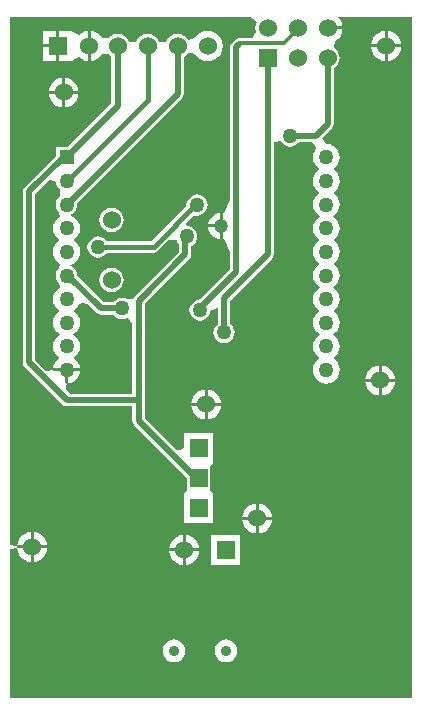
<source format=gbl>
%FSLAX25Y25*%
%MOIN*%
G70*
G01*
G75*
G04 Layer_Physical_Order=2*
G04 Layer_Color=16711680*
%ADD10R,0.05000X0.06000*%
%ADD11R,0.06000X0.05000*%
%ADD12R,0.04331X0.08465*%
%ADD13R,0.04331X0.08465*%
%ADD14R,0.13780X0.08465*%
%ADD15R,0.08661X0.17716*%
%ADD16R,0.07087X0.06299*%
%ADD17R,0.01575X0.09449*%
%ADD18R,0.03937X0.05906*%
%ADD19R,0.12598X0.11024*%
%ADD20R,0.02756X0.05315*%
%ADD21R,0.02756X0.07087*%
G04:AMPARAMS|DCode=22|XSize=74.8mil|YSize=129.92mil|CornerRadius=0mil|HoleSize=0mil|Usage=FLASHONLY|Rotation=0.000|XOffset=0mil|YOffset=0mil|HoleType=Round|Shape=Octagon|*
%AMOCTAGOND22*
4,1,8,-0.01870,0.06496,0.01870,0.06496,0.03740,0.04626,0.03740,-0.04626,0.01870,-0.06496,-0.01870,-0.06496,-0.03740,-0.04626,-0.03740,0.04626,-0.01870,0.06496,0.0*
%
%ADD22OCTAGOND22*%

%ADD23R,0.11024X0.12598*%
%ADD24R,0.11811X0.11811*%
%ADD25R,0.11811X0.07087*%
%ADD26O,0.01772X0.06496*%
%ADD27O,0.06496X0.01772*%
%ADD28C,0.01969*%
%ADD29C,0.01181*%
%ADD30C,0.01772*%
%ADD31C,0.06000*%
%ADD32R,0.06000X0.06000*%
%ADD33R,0.06000X0.06000*%
%ADD34R,0.05906X0.05906*%
%ADD35C,0.05000*%
%ADD36R,0.05000X0.05000*%
%ADD37C,0.04724*%
%ADD38C,0.03543*%
G36*
X138320Y2680D02*
X4180D01*
Y52474D01*
X6537Y52628D01*
X6488Y53000D01*
X6537Y53372D01*
X4180Y53526D01*
Y229820D01*
X84157D01*
X86147Y228293D01*
X86439Y227855D01*
X86103Y227044D01*
X85966Y226000D01*
X86103Y224956D01*
X86256Y224586D01*
X85166Y222955D01*
X84732Y222622D01*
X81000D01*
X80502Y222523D01*
X80500Y222523D01*
X79726Y222369D01*
X79069Y221931D01*
X78069Y220931D01*
X77631Y220274D01*
X77477Y219500D01*
X77477Y219500D01*
X77477D01*
X77477Y219500D01*
X77477D01*
Y168677D01*
X75630Y164219D01*
X75000Y164302D01*
Y159999D01*
Y155698D01*
X75630Y155781D01*
X77477Y151323D01*
Y149000D01*
X77527Y148750D01*
X77477Y148500D01*
Y145338D01*
X67649Y135511D01*
X67500Y135530D01*
X66586Y135410D01*
X65735Y135057D01*
X65004Y134496D01*
X64443Y133765D01*
X64090Y132914D01*
X63970Y132000D01*
X64090Y131086D01*
X64443Y130235D01*
X65004Y129504D01*
X65735Y128943D01*
X66586Y128590D01*
X67500Y128470D01*
X68414Y128590D01*
X69265Y128943D01*
X69996Y129504D01*
X70557Y130235D01*
X70910Y131086D01*
X70970Y131539D01*
X73015Y132721D01*
X73477Y132529D01*
Y127359D01*
X73004Y126996D01*
X72443Y126265D01*
X72090Y125414D01*
X71970Y124500D01*
X72090Y123586D01*
X72443Y122735D01*
X73004Y122004D01*
X73735Y121443D01*
X74586Y121090D01*
X75500Y120970D01*
X76414Y121090D01*
X77265Y121443D01*
X77996Y122004D01*
X78557Y122735D01*
X78910Y123586D01*
X79030Y124500D01*
X78910Y125414D01*
X78557Y126265D01*
X77996Y126996D01*
X77523Y127359D01*
Y135162D01*
X91431Y149069D01*
X91869Y149726D01*
X92023Y150500D01*
D01*
D01*
D01*
D01*
D01*
X92023D01*
D01*
D01*
D01*
D01*
Y150500D01*
X92023D01*
D01*
Y150500D01*
D01*
D01*
D01*
D01*
D01*
D01*
D01*
D01*
D01*
D01*
D01*
D01*
Y150500D01*
D01*
X92023D01*
D01*
D01*
D01*
D01*
X92023Y150500D01*
Y188022D01*
X94340Y188483D01*
X94443Y188235D01*
X95004Y187504D01*
X95735Y186943D01*
X96586Y186590D01*
X97500Y186470D01*
X98414Y186590D01*
X99265Y186943D01*
X99996Y187504D01*
X100359Y187977D01*
X104951D01*
X105740Y186949D01*
X106278Y185858D01*
X105711Y185120D01*
X105261Y184033D01*
X105107Y182866D01*
X105261Y181700D01*
X105711Y180613D01*
X106427Y179679D01*
X106427Y179679D01*
X107361Y178963D01*
X106427Y178179D01*
D01*
X106427Y178179D01*
X106427D01*
X105711Y177246D01*
X105261Y176159D01*
X105107Y174992D01*
X105261Y173826D01*
X105711Y172739D01*
X106427Y171805D01*
X106427Y171805D01*
X107361Y171089D01*
X106427Y170305D01*
D01*
X106427Y170305D01*
X106427D01*
X105711Y169372D01*
X105261Y168285D01*
X105107Y167118D01*
X105261Y165952D01*
X105711Y164865D01*
X106427Y163931D01*
X106427Y163931D01*
X107361Y163215D01*
X106427Y162431D01*
D01*
X106427Y162431D01*
X106427D01*
X105711Y161497D01*
X105261Y160410D01*
X105107Y159244D01*
X105261Y158078D01*
X105711Y156991D01*
X106427Y156057D01*
X106427Y156057D01*
X107361Y155341D01*
X106427Y154557D01*
D01*
X106427Y154557D01*
X106427D01*
X105711Y153623D01*
X105261Y152536D01*
X105107Y151370D01*
X105261Y150204D01*
X105711Y149117D01*
X106427Y148183D01*
X106427Y148183D01*
X107361Y147467D01*
X106427Y146683D01*
D01*
X106427Y146683D01*
X106427D01*
X105711Y145749D01*
X105261Y144662D01*
X105107Y143496D01*
X105261Y142330D01*
X105711Y141243D01*
X106427Y140309D01*
X106427Y140309D01*
X107361Y139593D01*
X106427Y138809D01*
D01*
X106427Y138809D01*
X106427D01*
X105711Y137875D01*
X105261Y136788D01*
X105107Y135622D01*
X105261Y134456D01*
X105711Y133369D01*
X106427Y132435D01*
X106427Y132435D01*
X107361Y131719D01*
X106427Y130935D01*
D01*
X106427Y130935D01*
X106427D01*
X105711Y130001D01*
X105261Y128914D01*
X105107Y127748D01*
X105261Y126582D01*
X105711Y125495D01*
X106427Y124561D01*
X106427Y124561D01*
X107361Y123845D01*
X106427Y123061D01*
D01*
X106427Y123061D01*
X106427D01*
X105711Y122127D01*
X105261Y121040D01*
X105107Y119874D01*
X105261Y118708D01*
X105711Y117621D01*
X106427Y116687D01*
X106427Y116687D01*
X107361Y115971D01*
X106427Y115187D01*
D01*
X106427Y115187D01*
X106427D01*
X105711Y114253D01*
X105261Y113166D01*
X105107Y112000D01*
X105261Y110834D01*
X105711Y109747D01*
X106427Y108813D01*
X107361Y108097D01*
X108448Y107647D01*
X109614Y107493D01*
X110781Y107647D01*
X111868Y108097D01*
X112801Y108813D01*
X113517Y109747D01*
X113968Y110834D01*
X114121Y112000D01*
X113968Y113166D01*
X113517Y114253D01*
X112801Y115187D01*
X111868Y115903D01*
Y115971D01*
X112801Y116687D01*
X113517Y117621D01*
X113968Y118708D01*
X114121Y119874D01*
X113968Y121040D01*
X113517Y122127D01*
X112801Y123061D01*
X111868Y123777D01*
Y123845D01*
X112801Y124561D01*
X113517Y125495D01*
X113968Y126582D01*
X114121Y127748D01*
X113968Y128914D01*
X113517Y130001D01*
X112801Y130935D01*
X111868Y131651D01*
Y131719D01*
X112801Y132435D01*
X113517Y133369D01*
X113968Y134456D01*
X114121Y135622D01*
X113968Y136788D01*
X113517Y137875D01*
X112801Y138809D01*
X111868Y139525D01*
Y139593D01*
X112801Y140309D01*
X113517Y141243D01*
X113968Y142330D01*
X114121Y143496D01*
X113968Y144662D01*
X113517Y145749D01*
X112801Y146683D01*
X111868Y147399D01*
Y147467D01*
X112801Y148183D01*
X113517Y149117D01*
X113968Y150204D01*
X114121Y151370D01*
X113968Y152536D01*
X113517Y153623D01*
X112801Y154557D01*
X111868Y155273D01*
Y155341D01*
X112801Y156057D01*
X113517Y156991D01*
X113968Y158078D01*
X114121Y159244D01*
X113968Y160410D01*
X113517Y161497D01*
X112801Y162431D01*
X111868Y163147D01*
Y163215D01*
X112801Y163931D01*
X113517Y164865D01*
X113968Y165952D01*
X114121Y167118D01*
X113968Y168285D01*
X113517Y169372D01*
X112801Y170305D01*
X111868Y171021D01*
Y171089D01*
X112801Y171805D01*
X113517Y172739D01*
X113968Y173826D01*
X114121Y174992D01*
X113968Y176159D01*
X113517Y177246D01*
X112801Y178179D01*
X111868Y178895D01*
Y178963D01*
X112801Y179679D01*
X113517Y180613D01*
X113968Y181700D01*
X114121Y182866D01*
X113968Y184033D01*
X113517Y185120D01*
X112801Y186053D01*
X111868Y186769D01*
X110781Y187220D01*
X109614Y187373D01*
X109365Y187340D01*
X108320Y189459D01*
X111431Y192569D01*
Y192569D01*
D01*
D01*
D01*
X111431Y192569D01*
D01*
Y192569D01*
D01*
X111431D01*
Y192569D01*
D01*
Y192569D01*
Y192569D01*
X111431D01*
D01*
D01*
Y192569D01*
D01*
D01*
D01*
D01*
D01*
D01*
Y192569D01*
D01*
D01*
X111431D01*
D01*
X111431Y192569D01*
D01*
D01*
X111869Y193226D01*
X112023Y194000D01*
Y212510D01*
X112853Y213147D01*
X113494Y213983D01*
X113897Y214956D01*
X114034Y216000D01*
X113897Y217044D01*
X113494Y218017D01*
X112853Y218853D01*
X112017Y219494D01*
D01*
X112017Y219494D01*
X112017D01*
D01*
D01*
Y219494D01*
X112506Y221660D01*
X113544Y222456D01*
X114340Y223494D01*
X114841Y224703D01*
X114945Y225500D01*
X109999D01*
Y226500D01*
X114945D01*
X114841Y227297D01*
X114340Y228506D01*
X113544Y229544D01*
X113637Y229820D01*
X138320D01*
Y2680D01*
D02*
G37*
%LPC*%
G36*
X87000Y67445D02*
Y63000D01*
X91445D01*
X91341Y63797D01*
X90840Y65006D01*
X90044Y66044D01*
X89006Y66840D01*
X87797Y67341D01*
X87000Y67445D01*
D02*
G37*
G36*
X69000Y100000D02*
X64555D01*
X64659Y99203D01*
X65160Y97994D01*
X65956Y96956D01*
X66994Y96160D01*
X68203Y95659D01*
X69000Y95555D01*
Y100000D01*
D02*
G37*
G36*
X86000Y67445D02*
X85203Y67341D01*
X83994Y66840D01*
X82956Y66044D01*
X82160Y65006D01*
X81659Y63797D01*
X81555Y63000D01*
X86000D01*
Y67445D01*
D02*
G37*
G36*
Y62000D02*
X81555D01*
X81659Y61203D01*
X82160Y59994D01*
X82956Y58956D01*
X83994Y58160D01*
X85203Y57659D01*
X86000Y57555D01*
Y62000D01*
D02*
G37*
G36*
X91445D02*
X87000D01*
Y57555D01*
X87797Y57659D01*
X89006Y58160D01*
X90044Y58956D01*
X90840Y59994D01*
X91341Y61203D01*
X91445Y62000D01*
D02*
G37*
G36*
X127000Y108000D02*
X122555D01*
X122659Y107203D01*
X123160Y105994D01*
X123956Y104956D01*
X124994Y104160D01*
X126203Y103659D01*
X127000Y103554D01*
Y108000D01*
D02*
G37*
G36*
X132446D02*
X128000D01*
Y103554D01*
X128797Y103659D01*
X130006Y104160D01*
X131044Y104956D01*
X131840Y105994D01*
X132341Y107203D01*
X132446Y108000D01*
D02*
G37*
G36*
X70000Y105446D02*
Y101000D01*
X74445D01*
X74341Y101797D01*
X73840Y103006D01*
X73044Y104044D01*
X72006Y104840D01*
X70797Y105341D01*
X70000Y105446D01*
D02*
G37*
G36*
X74445Y100000D02*
X70000D01*
Y95555D01*
X70797Y95659D01*
X72006Y96160D01*
X73044Y96956D01*
X73840Y97994D01*
X74341Y99203D01*
X74445Y100000D01*
D02*
G37*
G36*
X69000Y105446D02*
X68203Y105341D01*
X66994Y104840D01*
X65956Y104044D01*
X65160Y103006D01*
X64659Y101797D01*
X64555Y101000D01*
X69000D01*
Y105446D01*
D02*
G37*
G36*
X67166Y51500D02*
X62720D01*
Y47054D01*
X63517Y47159D01*
X64726Y47660D01*
X65764Y48456D01*
X66560Y49494D01*
X67061Y50703D01*
X67166Y51500D01*
D02*
G37*
G36*
X11000Y52500D02*
X6555D01*
X6659Y51703D01*
X7160Y50494D01*
X7956Y49456D01*
X8994Y48660D01*
X10203Y48159D01*
X11000Y48055D01*
Y52500D01*
D02*
G37*
G36*
X61720Y51500D02*
X57275D01*
X57380Y50703D01*
X57880Y49494D01*
X58677Y48456D01*
X59715Y47660D01*
X60923Y47159D01*
X61720Y47054D01*
Y51500D01*
D02*
G37*
G36*
X76161Y22204D02*
X75185Y22075D01*
X74275Y21699D01*
X73494Y21099D01*
X72894Y20318D01*
X72518Y19408D01*
X72389Y18432D01*
X72518Y17455D01*
X72894Y16545D01*
X73494Y15764D01*
X74275Y15165D01*
X75185Y14788D01*
X76161Y14659D01*
X77138Y14788D01*
X78048Y15165D01*
X78829Y15764D01*
X79428Y16545D01*
X79805Y17455D01*
X79934Y18432D01*
X79805Y19408D01*
X79428Y20318D01*
X78829Y21099D01*
X78048Y21699D01*
X77138Y22075D01*
X76161Y22204D01*
D02*
G37*
G36*
X80968Y56968D02*
X71031D01*
Y47032D01*
X80968D01*
Y56968D01*
D02*
G37*
G36*
X11000Y57946D02*
X10203Y57841D01*
X8994Y57340D01*
X7956Y56544D01*
X7160Y55506D01*
X6659Y54297D01*
X6555Y53500D01*
X11000D01*
Y57946D01*
D02*
G37*
G36*
X12000D02*
Y53500D01*
X16445D01*
X16341Y54297D01*
X15840Y55506D01*
X15044Y56544D01*
X14006Y57340D01*
X12797Y57841D01*
X12000Y57946D01*
D02*
G37*
G36*
X62720Y56946D02*
Y52500D01*
X67166D01*
X67061Y53297D01*
X66560Y54506D01*
X65764Y55544D01*
X64726Y56340D01*
X63517Y56841D01*
X62720Y56946D01*
D02*
G37*
G36*
X16445Y52500D02*
X12000D01*
Y48055D01*
X12797Y48159D01*
X14006Y48660D01*
X15044Y49456D01*
X15840Y50494D01*
X16341Y51703D01*
X16445Y52500D01*
D02*
G37*
G36*
X61720Y56946D02*
X60923Y56841D01*
X59715Y56340D01*
X58677Y55544D01*
X57880Y54506D01*
X57380Y53297D01*
X57275Y52500D01*
X61720D01*
Y56946D01*
D02*
G37*
G36*
X24969Y224969D02*
Y224969D01*
X20500D01*
Y219999D01*
Y215032D01*
X24969D01*
Y215032D01*
X25042Y215348D01*
X27087Y216356D01*
X27994Y215660D01*
X29203Y215159D01*
X30000Y215054D01*
Y219999D01*
Y224945D01*
X29203Y224841D01*
X27994Y224340D01*
X27087Y223644D01*
X25042Y224652D01*
X24969Y224969D01*
D02*
G37*
G36*
X129000Y219500D02*
X124555D01*
X124659Y218703D01*
X125160Y217494D01*
X125956Y216456D01*
X126994Y215660D01*
X128203Y215159D01*
X129000Y215054D01*
Y219500D01*
D02*
G37*
G36*
X19500D02*
X15032D01*
Y215032D01*
X19500D01*
Y219500D01*
D02*
G37*
G36*
X21500Y209446D02*
X20703Y209341D01*
X19494Y208840D01*
X18456Y208044D01*
X17660Y207006D01*
X17159Y205797D01*
X17054Y205000D01*
X21500D01*
Y209446D01*
D02*
G37*
G36*
X22500D02*
Y205000D01*
X26945D01*
X26841Y205797D01*
X26340Y207006D01*
X25544Y208044D01*
X24506Y208840D01*
X23297Y209341D01*
X22500Y209446D01*
D02*
G37*
G36*
X130000Y224945D02*
Y220500D01*
X134446D01*
X134341Y221297D01*
X133840Y222506D01*
X133044Y223544D01*
X132006Y224340D01*
X130797Y224841D01*
X130000Y224945D01*
D02*
G37*
G36*
X70000Y225011D02*
X68703Y224841D01*
X67494Y224340D01*
X66456Y223544D01*
X65660Y222506D01*
X63494Y222017D01*
X63494Y222017D01*
X63494Y222017D01*
X62853Y222853D01*
X62017Y223494D01*
X61044Y223897D01*
X60000Y224035D01*
X58956Y223897D01*
X57983Y223494D01*
X57147Y222853D01*
X56506Y222017D01*
X56181Y221233D01*
X53819D01*
X53494Y222017D01*
X52853Y222853D01*
X52017Y223494D01*
X51044Y223897D01*
X50000Y224035D01*
X48956Y223897D01*
X47983Y223494D01*
X47147Y222853D01*
X46506Y222017D01*
X46181Y221233D01*
X43819D01*
X43494Y222017D01*
X42853Y222853D01*
X42017Y223494D01*
X41044Y223897D01*
X40000Y224035D01*
X38956Y223897D01*
X37983Y223494D01*
X37147Y222853D01*
X37042Y222715D01*
X34679D01*
X34044Y223544D01*
X33006Y224340D01*
X31797Y224841D01*
X31000Y224945D01*
Y219999D01*
Y215054D01*
X31797Y215159D01*
X33006Y215660D01*
X34044Y216456D01*
X34679Y217285D01*
X37042D01*
X37147Y217147D01*
X37977Y216511D01*
Y200838D01*
X23505Y186366D01*
X19500D01*
Y183361D01*
X9069Y172931D01*
X8631Y172274D01*
X8477Y171500D01*
Y114500D01*
X8477Y114500D01*
X8477D01*
X8631Y113726D01*
X9069Y113069D01*
X21569Y100569D01*
X22226Y100131D01*
X23000Y99977D01*
X44977D01*
Y95000D01*
X44977Y95000D01*
X44977D01*
X45131Y94226D01*
X45569Y93569D01*
X63047Y76092D01*
Y72592D01*
Y72592D01*
X63047D01*
Y72592D01*
D01*
Y72592D01*
X63047D01*
X63047Y72047D01*
Y71890D01*
X62079Y70921D01*
X62079D01*
Y61079D01*
X71921D01*
Y70377D01*
Y70377D01*
X71921Y70377D01*
X71921Y70377D01*
X71921D01*
X71921Y70377D01*
X71921Y70921D01*
X70953Y72047D01*
X70953Y72592D01*
X70953Y72592D01*
X70953D01*
Y79953D01*
X70953D01*
Y80110D01*
X71921Y81079D01*
X71921D01*
Y90921D01*
X62079D01*
Y85869D01*
X59896Y84965D01*
X49023Y95838D01*
Y134162D01*
X63931Y149069D01*
X64369Y149726D01*
X64523Y150500D01*
Y153342D01*
X64765Y153443D01*
X65496Y154004D01*
X66057Y154735D01*
X66410Y155586D01*
X66530Y156500D01*
X66410Y157414D01*
X66057Y158265D01*
X65496Y158996D01*
X64765Y159557D01*
X63914Y159910D01*
X63000Y160030D01*
X62854Y161135D01*
X65390Y163671D01*
X65586Y163590D01*
X66500Y163470D01*
X67414Y163590D01*
X68265Y163943D01*
X68996Y164504D01*
X69557Y165235D01*
X69910Y166086D01*
X70030Y167000D01*
X69910Y167914D01*
X69557Y168765D01*
X68996Y169496D01*
X68265Y170057D01*
X67414Y170410D01*
X66500Y170530D01*
X65586Y170410D01*
X64735Y170057D01*
X64004Y169496D01*
X63443Y168765D01*
X63090Y167914D01*
X62970Y167000D01*
X63006Y166725D01*
X51204Y154923D01*
X36436D01*
X35996Y155496D01*
X35265Y156057D01*
X34414Y156410D01*
X33500Y156530D01*
X32586Y156410D01*
X31735Y156057D01*
X31004Y155496D01*
X30443Y154765D01*
X30090Y153914D01*
X29970Y153000D01*
X30090Y152086D01*
X30443Y151235D01*
X31004Y150504D01*
X31735Y149943D01*
X32586Y149590D01*
X33500Y149470D01*
X34414Y149590D01*
X35265Y149943D01*
X35996Y150504D01*
X36436Y151077D01*
X52000D01*
X52614Y151199D01*
X52736Y151224D01*
X53360Y151640D01*
X56959Y155240D01*
X58622Y155459D01*
X59734Y155238D01*
X59943Y154735D01*
X60477Y154039D01*
Y151338D01*
X45569Y136431D01*
X45131Y135774D01*
X45131Y135774D01*
Y135774D01*
D01*
X43265Y135557D01*
X42414Y135910D01*
X41500Y136030D01*
X40586Y135910D01*
X39735Y135557D01*
X39004Y134996D01*
X38641Y134523D01*
X35338D01*
X26511Y143350D01*
X26530Y143496D01*
X26410Y144410D01*
X26057Y145261D01*
X25496Y145992D01*
X24765Y146553D01*
X23914Y146906D01*
X24167Y147017D01*
D01*
X25253Y147467D01*
D01*
X25254D01*
X25253Y147467D01*
X26187Y148183D01*
X26903Y149117D01*
X27354Y150204D01*
X27507Y151370D01*
X27354Y152536D01*
X26903Y153623D01*
X26187Y154557D01*
X25253Y155273D01*
Y155341D01*
X26187Y156057D01*
X26903Y156991D01*
X27354Y158078D01*
X27507Y159244D01*
X27354Y160410D01*
X26903Y161497D01*
X26187Y162431D01*
X25253Y163147D01*
X24167Y163598D01*
Y163598D01*
X24169Y163814D01*
X24765Y164061D01*
D01*
X24765D01*
X24765Y164061D01*
X25496Y164622D01*
X26057Y165353D01*
X26410Y166205D01*
X26530Y167118D01*
X26466Y167605D01*
X61431Y202569D01*
X61869Y203226D01*
X62023Y204000D01*
D01*
D01*
D01*
D01*
D01*
X62023D01*
D01*
D01*
D01*
D01*
Y204000D01*
X62023D01*
D01*
Y204000D01*
D01*
D01*
D01*
D01*
D01*
D01*
D01*
D01*
D01*
D01*
D01*
D01*
Y204000D01*
D01*
X62023D01*
D01*
D01*
D01*
D01*
X62023Y204000D01*
Y216423D01*
X63868Y217898D01*
X65660Y217494D01*
X66456Y216456D01*
X67494Y215660D01*
X68703Y215159D01*
X70000Y214989D01*
X71297Y215159D01*
X72506Y215660D01*
X73544Y216456D01*
X74340Y217494D01*
X74841Y218703D01*
X75011Y220000D01*
X74841Y221297D01*
X74340Y222506D01*
X73544Y223544D01*
X72506Y224340D01*
X71297Y224841D01*
X70000Y225011D01*
D02*
G37*
G36*
X129000Y224945D02*
X128203Y224841D01*
X126994Y224340D01*
X125956Y223544D01*
X125160Y222506D01*
X124659Y221297D01*
X124555Y220500D01*
X129000D01*
Y224945D01*
D02*
G37*
G36*
X134446Y219500D02*
X130000D01*
Y215054D01*
X130797Y215159D01*
X132006Y215660D01*
X133044Y216456D01*
X133840Y217494D01*
X134341Y218703D01*
X134446Y219500D01*
D02*
G37*
G36*
X19500Y224969D02*
X15032D01*
Y220500D01*
X19500D01*
Y224969D01*
D02*
G37*
G36*
X38000Y146035D02*
X36956Y145897D01*
X35983Y145494D01*
X35147Y144853D01*
X34506Y144017D01*
X34103Y143044D01*
X33966Y142000D01*
X34103Y140956D01*
X34506Y139983D01*
X35147Y139147D01*
X35983Y138506D01*
X36956Y138103D01*
X38000Y137966D01*
X39044Y138103D01*
X40017Y138506D01*
X40853Y139147D01*
X41494Y139983D01*
X41897Y140956D01*
X42035Y142000D01*
X41897Y143044D01*
X41494Y144017D01*
X40853Y144853D01*
X40017Y145494D01*
X39044Y145897D01*
X38000Y146035D01*
D02*
G37*
G36*
X74000Y159500D02*
X70198D01*
X70281Y158870D01*
X70717Y157816D01*
X71411Y156911D01*
X72316Y156217D01*
X73369Y155781D01*
X74000Y155698D01*
Y159500D01*
D02*
G37*
G36*
X127000Y113445D02*
X126203Y113341D01*
X124994Y112840D01*
X123956Y112044D01*
X123160Y111006D01*
X122659Y109797D01*
X122555Y109000D01*
X127000D01*
Y113445D01*
D02*
G37*
G36*
X128000D02*
Y109000D01*
X132446D01*
X132341Y109797D01*
X131840Y111006D01*
X131044Y112044D01*
X130006Y112840D01*
X128797Y113341D01*
X128000Y113445D01*
D02*
G37*
G36*
X58839Y22204D02*
X57862Y22075D01*
X56952Y21699D01*
X56171Y21099D01*
X55572Y20318D01*
X55195Y19408D01*
X55066Y18432D01*
X55195Y17455D01*
X55572Y16545D01*
X56171Y15764D01*
X56952Y15165D01*
X57862Y14788D01*
X58839Y14659D01*
X59815Y14788D01*
X60725Y15165D01*
X61506Y15764D01*
X62106Y16545D01*
X62483Y17455D01*
X62611Y18432D01*
X62483Y19408D01*
X62106Y20318D01*
X61506Y21099D01*
X60725Y21699D01*
X59815Y22075D01*
X58839Y22204D01*
D02*
G37*
G36*
X21500Y204000D02*
X17054D01*
X17159Y203203D01*
X17660Y201994D01*
X18456Y200956D01*
X19494Y200160D01*
X20703Y199659D01*
X21500Y199555D01*
Y204000D01*
D02*
G37*
G36*
X26945D02*
X22500D01*
Y199555D01*
X23297Y199659D01*
X24506Y200160D01*
X25544Y200956D01*
X26340Y201994D01*
X26841Y203203D01*
X26945Y204000D01*
D02*
G37*
G36*
X38000Y166034D02*
X36956Y165897D01*
X35983Y165494D01*
X35147Y164853D01*
X34506Y164017D01*
X34103Y163044D01*
X33966Y162000D01*
X34103Y160956D01*
X34506Y159983D01*
X35147Y159147D01*
X35983Y158506D01*
X36956Y158103D01*
X38000Y157966D01*
X39044Y158103D01*
X40017Y158506D01*
X40853Y159147D01*
X41494Y159983D01*
X41897Y160956D01*
X42035Y162000D01*
X41897Y163044D01*
X41494Y164017D01*
X40853Y164853D01*
X40017Y165494D01*
X39044Y165897D01*
X38000Y166034D01*
D02*
G37*
G36*
X74000Y164302D02*
X73369Y164219D01*
X72316Y163783D01*
X71411Y163089D01*
X70717Y162184D01*
X70281Y161130D01*
X70198Y160500D01*
X74000D01*
Y164302D01*
D02*
G37*
%LPD*%
G36*
X17927Y175195D02*
X19514Y174657D01*
X19590Y174079D01*
X19943Y173227D01*
X20504Y172496D01*
X20842Y172236D01*
Y169874D01*
X20504Y169614D01*
X19943Y168883D01*
X19590Y168032D01*
X19470Y167118D01*
X19590Y166205D01*
X19943Y165353D01*
X20504Y164622D01*
X20746Y163147D01*
X19813Y162431D01*
X19097Y161497D01*
X18646Y160410D01*
X18493Y159244D01*
X18646Y158078D01*
X19097Y156991D01*
X19813Y156057D01*
X19813Y156057D01*
X20746Y155341D01*
X19813Y154557D01*
D01*
X19813Y154557D01*
X19813D01*
X19097Y153623D01*
X18646Y152536D01*
X18493Y151370D01*
X18646Y150204D01*
X19097Y149117D01*
X19813Y148183D01*
X20746Y147467D01*
D01*
D01*
X20504Y145992D01*
X19943Y145261D01*
X19590Y144410D01*
X19470Y143496D01*
X19590Y142582D01*
X19943Y141731D01*
X20504Y141000D01*
X20746Y139525D01*
X19813Y138809D01*
X19097Y137875D01*
X18646Y136788D01*
X18493Y135622D01*
X18646Y134456D01*
X19097Y133369D01*
X19813Y132435D01*
X19813Y132435D01*
X20746Y131719D01*
X19813Y130935D01*
D01*
X19813Y130935D01*
X19813D01*
X19097Y130001D01*
X18646Y128914D01*
X18493Y127748D01*
X18646Y126582D01*
X19097Y125495D01*
X19813Y124561D01*
X19813Y124561D01*
X20746Y123845D01*
X19813Y123061D01*
D01*
X19813Y123061D01*
X19813D01*
X19097Y122127D01*
X18646Y121040D01*
X18493Y119874D01*
X18646Y118708D01*
X19097Y117621D01*
X19813Y116687D01*
X19813Y116687D01*
X20746Y115971D01*
X19813Y115187D01*
D01*
X19813Y115187D01*
X19813D01*
X19097Y114253D01*
X18646Y113166D01*
X18559Y112500D01*
X27441D01*
X27354Y113166D01*
X26903Y114253D01*
X26187Y115187D01*
X25253Y115903D01*
Y115971D01*
X26187Y116687D01*
X26903Y117621D01*
X27354Y118708D01*
X27507Y119874D01*
X27354Y121040D01*
X26903Y122127D01*
X26187Y123061D01*
X25253Y123777D01*
Y123845D01*
X26187Y124561D01*
X26903Y125495D01*
X27354Y126582D01*
X27507Y127748D01*
X27354Y128914D01*
X26903Y130001D01*
X26187Y130935D01*
X25253Y131651D01*
Y131719D01*
X26187Y132435D01*
X26903Y133369D01*
X27222Y134139D01*
X28232Y134340D01*
X30037Y134102D01*
X33069Y131070D01*
D01*
X33069Y131069D01*
X33069Y131069D01*
D01*
D01*
D01*
X33070Y131069D01*
Y131069D01*
X33726Y130631D01*
X34500Y130477D01*
X38641D01*
X39004Y130004D01*
X39735Y129443D01*
X40586Y129090D01*
X41500Y128970D01*
X42414Y129090D01*
X43013Y129338D01*
X43695Y128882D01*
X44977Y127212D01*
Y104023D01*
X24335D01*
X22777Y105799D01*
X22805Y106013D01*
X23322Y107535D01*
X23000Y107493D01*
X22500Y107559D01*
Y111500D01*
X18559D01*
X18493Y112000D01*
X18535Y112322D01*
X17013Y111805D01*
X16167Y111694D01*
X12523Y115338D01*
Y170662D01*
X17158Y175297D01*
X17927Y175195D01*
D02*
G37*
%LPC*%
G36*
X27441Y111500D02*
X23500D01*
Y107559D01*
X24167Y107647D01*
X25253Y108097D01*
X26187Y108813D01*
X26903Y109747D01*
X27354Y110834D01*
X27441Y111500D01*
D02*
G37*
%LPD*%
D28*
X40000Y200000D02*
Y220000D01*
X23000Y183000D02*
X40000Y200000D01*
X79500Y149000D02*
Y219500D01*
X80500Y220500D01*
X75500Y124500D02*
Y136000D01*
X90000Y150500D01*
Y215500D01*
X97500Y190000D02*
X106000D01*
X110000Y194000D01*
Y216000D01*
X60000Y204000D02*
Y220000D01*
X23000Y167000D02*
X60000Y204000D01*
X47000Y95000D02*
Y135000D01*
X62500Y150500D01*
X66500Y75500D02*
X67000D01*
X10500Y171500D02*
X22000Y183000D01*
X10500Y114500D02*
Y171500D01*
Y114500D02*
X23000Y102000D01*
X22000Y183000D02*
X23000D01*
Y102000D02*
X46500D01*
X62500Y150500D02*
Y156000D01*
X47000Y95000D02*
X66500Y75500D01*
X79500Y144500D02*
Y148500D01*
X67500Y132500D02*
X79500Y144500D01*
X23000Y143496D02*
X23504D01*
X34500Y132500D01*
X41500D01*
D29*
X100000Y225500D02*
Y226000D01*
X95500Y221000D02*
X100000Y225500D01*
X81000Y221000D02*
X95500D01*
X80500Y220500D02*
X81000Y221000D01*
D30*
X23500Y175000D02*
Y176500D01*
X23000Y175000D02*
X50000Y202000D01*
X22500Y175000D02*
X23000D01*
X50000Y202000D02*
Y220500D01*
X33500Y153000D02*
X52000D01*
X66500Y167500D01*
D31*
X110000Y226000D02*
D03*
Y216000D02*
D03*
X100000Y226000D02*
D03*
Y216000D02*
D03*
X90000Y226000D02*
D03*
X62220Y52000D02*
D03*
X38000Y142000D02*
D03*
Y162000D02*
D03*
X70000Y220000D02*
D03*
X60000D02*
D03*
X50000D02*
D03*
X40000D02*
D03*
X30500D02*
D03*
X127500Y108500D02*
D03*
X22000Y204500D02*
D03*
X11500Y53000D02*
D03*
X69500Y100500D02*
D03*
X86500Y62500D02*
D03*
X129500Y220000D02*
D03*
D32*
X90000Y216000D02*
D03*
X76000Y52000D02*
D03*
D33*
X20000Y220000D02*
D03*
D34*
X67000Y66000D02*
D03*
Y76000D02*
D03*
Y86000D02*
D03*
D35*
X109614Y182866D02*
D03*
Y174992D02*
D03*
Y167118D02*
D03*
Y159244D02*
D03*
Y151370D02*
D03*
Y143496D02*
D03*
Y135622D02*
D03*
Y127748D02*
D03*
Y119874D02*
D03*
Y112000D02*
D03*
X23000D02*
D03*
Y119874D02*
D03*
Y127748D02*
D03*
Y135622D02*
D03*
Y143496D02*
D03*
Y151370D02*
D03*
Y159244D02*
D03*
Y167118D02*
D03*
Y174992D02*
D03*
X67500Y132000D02*
D03*
X75500Y124500D02*
D03*
X97500Y190000D02*
D03*
X66500Y167000D02*
D03*
X63000Y156500D02*
D03*
X41500Y132500D02*
D03*
X33500Y153000D02*
D03*
D36*
X23000Y182866D02*
D03*
D37*
X74500Y160000D02*
D03*
D38*
X58839Y18432D02*
D03*
X76161D02*
D03*
M02*

</source>
